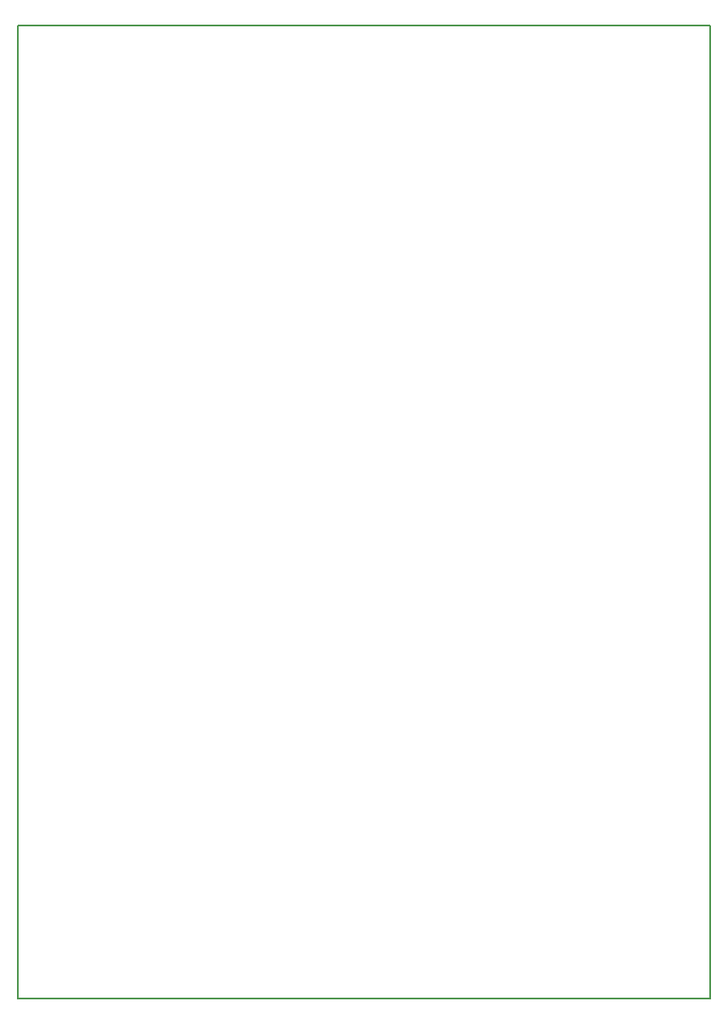
<source format=gbr>
G04 #@! TF.GenerationSoftware,KiCad,Pcbnew,(5.0.1)-4*
G04 #@! TF.CreationDate,2019-11-02T17:53:33+01:00*
G04 #@! TF.ProjectId,remote_module,72656D6F74655F6D6F64756C652E6B69,rev?*
G04 #@! TF.SameCoordinates,PX501bd00PY876bf80*
G04 #@! TF.FileFunction,Profile,NP*
%FSLAX46Y46*%
G04 Gerber Fmt 4.6, Leading zero omitted, Abs format (unit mm)*
G04 Created by KiCad (PCBNEW (5.0.1)-4) date 02/11/2019 17:53:33*
%MOMM*%
%LPD*%
G01*
G04 APERTURE LIST*
%ADD10C,0.150000*%
G04 APERTURE END LIST*
D10*
X69000000Y97000000D02*
X69000000Y0D01*
X0Y97000000D02*
X69000000Y97000000D01*
X0Y0D02*
X0Y97000000D01*
X69000000Y0D02*
X0Y0D01*
M02*

</source>
